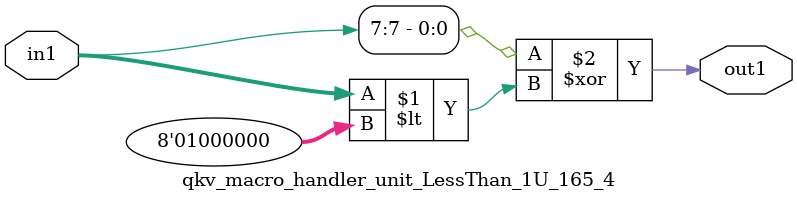
<source format=v>

`timescale 1ps / 1ps


module qkv_macro_handler_unit_LessThan_1U_165_4( in1, out1 );

    input [7:0] in1;
    output out1;

    
    // rtl_process:qkv_macro_handler_unit_LessThan_1U_165_4/qkv_macro_handler_unit_LessThan_1U_165_4_thread_1
    assign out1 = (in1[7] ^ in1 < 8'd064);

endmodule



</source>
